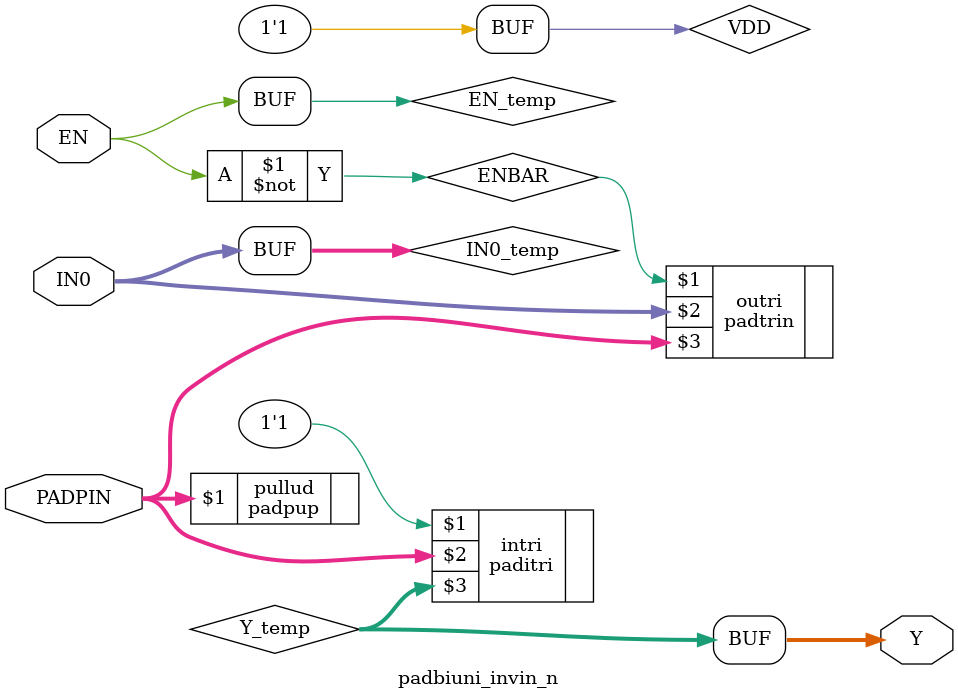
<source format=v>
module padbiuni_invin_n(EN,IN0,PADPIN,Y);
  parameter M = 7;
  parameter N = 0;
  parameter SLIM_FLAG = 0;
  parameter OUTDRIVE = "4MA";
  parameter LEVEL_SHIFTING = 0;
  parameter SCHMITT_TRIGGER = 0;
  parameter PULL_TYPE = "None";
  parameter
        d_EN_r = 0,
        d_EN_f = 0,
        d_IN0 = 0,
        d_PADPIN = 1,
        d_Y = 1;
  input  EN;
  input [M:N] IN0;
  inout [M:N] PADPIN;
  output [M:N] Y;
  wire  EN_temp;
  wire [M:N] IN0_temp;
  wire [M:N] PADPIN_temp;
  wire [M:N] Y_temp;
  supply1  VDD;
  wire  ENBAR;
  assign #(d_EN_r,d_EN_f) EN_temp = EN;
  assign #(d_IN0) IN0_temp = IN0;
  assign #(d_Y) Y = Y_temp;
  assign
    ENBAR = ( ~ EN_temp);
  padpup #(M,N,PULL_TYPE) pullud (PADPIN);
  padtrin #(M,N,PULL_TYPE) outri (ENBAR,IN0_temp,PADPIN);
  paditri #(M,N) intri (VDD,PADPIN,Y_temp);
endmodule

</source>
